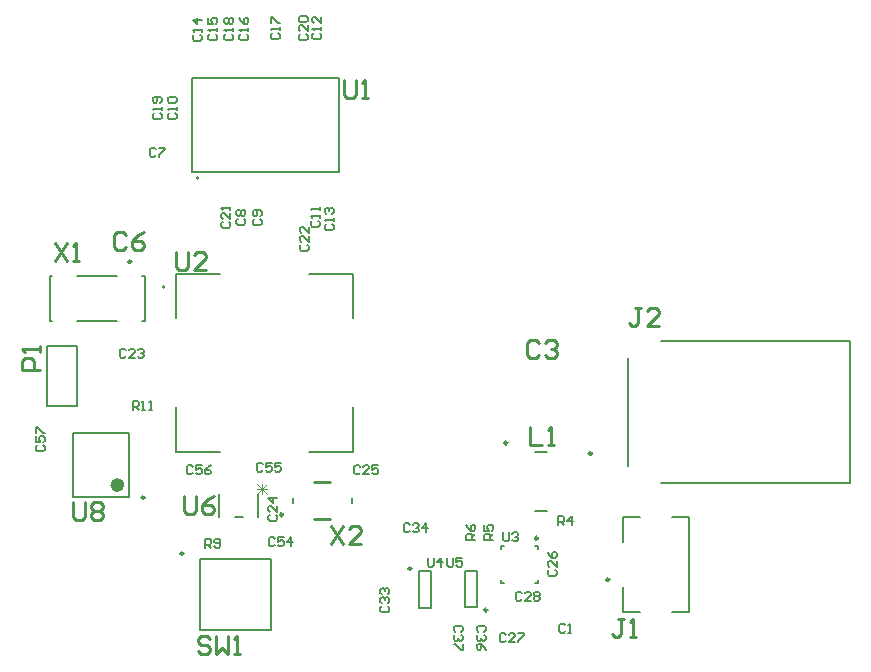
<source format=gbr>
%TF.GenerationSoftware,Altium Limited,Altium Designer,20.0.12 (288)*%
G04 Layer_Color=65535*
%FSLAX43Y43*%
%MOMM*%
%TF.FileFunction,Legend,Top*%
%TF.Part,Single*%
G01*
G75*
%TA.AperFunction,NonConductor*%
%ADD53C,0.152*%
%ADD54C,0.127*%
%ADD55C,0.254*%
%ADD56C,0.076*%
%ADD73C,0.250*%
%ADD74C,0.600*%
%ADD75C,0.200*%
%ADD76C,0.203*%
D53*
X97460Y51830D02*
Y53784D01*
X95442Y51830D02*
X96125D01*
X94106D02*
Y53784D01*
D54*
X101746Y57367D02*
X105511D01*
X101746Y72427D02*
X105511D01*
Y68662D02*
Y72427D01*
X90451Y68662D02*
Y72427D01*
X94216D01*
X105511Y57367D02*
Y61132D01*
X90451Y57367D02*
X94216D01*
X90451D02*
Y61132D01*
X119747Y45366D02*
X119620Y45492D01*
X119366D01*
X119240Y45366D01*
Y44858D01*
X119366Y44731D01*
X119620D01*
X119747Y44858D01*
X120509Y44731D02*
X120001D01*
X120509Y45239D01*
Y45366D01*
X120382Y45492D01*
X120128D01*
X120001Y45366D01*
X120763D02*
X120890Y45492D01*
X121144D01*
X121271Y45366D01*
Y45239D01*
X121144Y45112D01*
X121271Y44985D01*
Y44858D01*
X121144Y44731D01*
X120890D01*
X120763Y44858D01*
Y44985D01*
X120890Y45112D01*
X120763Y45239D01*
Y45366D01*
X120890Y45112D02*
X121144D01*
X113462Y48361D02*
Y47727D01*
X113589Y47600D01*
X113843D01*
X113970Y47727D01*
Y48361D01*
X114732D02*
X114224D01*
Y47981D01*
X114478Y48108D01*
X114605D01*
X114732Y47981D01*
Y47727D01*
X114605Y47600D01*
X114351D01*
X114224Y47727D01*
X115824Y49886D02*
X115062D01*
Y50267D01*
X115189Y50394D01*
X115443D01*
X115570Y50267D01*
Y49886D01*
Y50140D02*
X115824Y50394D01*
X115062Y51155D02*
X115189Y50901D01*
X115443Y50648D01*
X115697D01*
X115824Y50775D01*
Y51028D01*
X115697Y51155D01*
X115570D01*
X115443Y51028D01*
Y50648D01*
X117339Y49886D02*
X116577D01*
Y50267D01*
X116704Y50394D01*
X116958D01*
X117085Y50267D01*
Y49886D01*
Y50140D02*
X117339Y50394D01*
X116577Y51155D02*
Y50648D01*
X116958D01*
X116831Y50901D01*
Y51028D01*
X116958Y51155D01*
X117212D01*
X117339Y51028D01*
Y50775D01*
X117212Y50648D01*
X118186Y50546D02*
Y49911D01*
X118313Y49784D01*
X118567D01*
X118694Y49911D01*
Y50546D01*
X118948Y50419D02*
X119075Y50546D01*
X119329D01*
X119456Y50419D01*
Y50292D01*
X119329Y50165D01*
X119202D01*
X119329D01*
X119456Y50038D01*
Y49911D01*
X119329Y49784D01*
X119075D01*
X118948Y49911D01*
X111811Y48361D02*
Y47727D01*
X111938Y47600D01*
X112192D01*
X112319Y47727D01*
Y48361D01*
X112954Y47600D02*
Y48361D01*
X112573Y47981D01*
X113081D01*
X110287Y51180D02*
X110160Y51307D01*
X109906D01*
X109779Y51180D01*
Y50672D01*
X109906Y50545D01*
X110160D01*
X110287Y50672D01*
X110541Y51180D02*
X110668Y51307D01*
X110922D01*
X111049Y51180D01*
Y51053D01*
X110922Y50926D01*
X110795D01*
X110922D01*
X111049Y50799D01*
Y50672D01*
X110922Y50545D01*
X110668D01*
X110541Y50672D01*
X111684Y50545D02*
Y51307D01*
X111303Y50926D01*
X111811D01*
X107902Y44256D02*
X107775Y44129D01*
Y43875D01*
X107902Y43748D01*
X108410D01*
X108537Y43875D01*
Y44129D01*
X108410Y44256D01*
X107902Y44510D02*
X107775Y44637D01*
Y44891D01*
X107902Y45017D01*
X108029D01*
X108156Y44891D01*
Y44764D01*
Y44891D01*
X108283Y45017D01*
X108410D01*
X108537Y44891D01*
Y44637D01*
X108410Y44510D01*
X107902Y45271D02*
X107775Y45398D01*
Y45652D01*
X107902Y45779D01*
X108029D01*
X108156Y45652D01*
Y45525D01*
Y45652D01*
X108283Y45779D01*
X108410D01*
X108537Y45652D01*
Y45398D01*
X108410Y45271D01*
X106096Y56079D02*
X105969Y56206D01*
X105715D01*
X105588Y56079D01*
Y55571D01*
X105715Y55445D01*
X105969D01*
X106096Y55571D01*
X106858Y55445D02*
X106350D01*
X106858Y55952D01*
Y56079D01*
X106731Y56206D01*
X106477D01*
X106350Y56079D01*
X107619Y56206D02*
X107112D01*
Y55825D01*
X107366Y55952D01*
X107493D01*
X107619Y55825D01*
Y55571D01*
X107493Y55445D01*
X107239D01*
X107112Y55571D01*
X98406Y51994D02*
X98279Y51867D01*
Y51613D01*
X98406Y51486D01*
X98914D01*
X99041Y51613D01*
Y51867D01*
X98914Y51994D01*
X99041Y52756D02*
Y52248D01*
X98533Y52756D01*
X98406D01*
X98279Y52629D01*
Y52375D01*
X98406Y52248D01*
X99041Y53391D02*
X98279D01*
X98660Y53010D01*
Y53517D01*
X97849Y56304D02*
X97722Y56431D01*
X97468D01*
X97341Y56304D01*
Y55796D01*
X97468Y55669D01*
X97722D01*
X97849Y55796D01*
X98610Y56431D02*
X98103D01*
Y56050D01*
X98357Y56177D01*
X98483D01*
X98610Y56050D01*
Y55796D01*
X98483Y55669D01*
X98230D01*
X98103Y55796D01*
X99372Y56431D02*
X98864D01*
Y56050D01*
X99118Y56177D01*
X99245D01*
X99372Y56050D01*
Y55796D01*
X99245Y55669D01*
X98991D01*
X98864Y55796D01*
X91916Y56082D02*
X91789Y56209D01*
X91535D01*
X91408Y56082D01*
Y55574D01*
X91535Y55447D01*
X91789D01*
X91916Y55574D01*
X92678Y56209D02*
X92170D01*
Y55828D01*
X92424Y55955D01*
X92551D01*
X92678Y55828D01*
Y55574D01*
X92551Y55447D01*
X92297D01*
X92170Y55574D01*
X93440Y56209D02*
X93186Y56082D01*
X92932Y55828D01*
Y55574D01*
X93059Y55447D01*
X93313D01*
X93440Y55574D01*
Y55701D01*
X93313Y55828D01*
X92932D01*
X98852Y49987D02*
X98725Y50114D01*
X98471D01*
X98344Y49987D01*
Y49479D01*
X98471Y49352D01*
X98725D01*
X98852Y49479D01*
X99614Y50114D02*
X99106D01*
Y49733D01*
X99360Y49860D01*
X99487D01*
X99614Y49733D01*
Y49479D01*
X99487Y49352D01*
X99233D01*
X99106Y49479D01*
X100249Y49352D02*
Y50114D01*
X99868Y49733D01*
X100376D01*
X92964Y49200D02*
Y49962D01*
X93344D01*
X93471Y49835D01*
Y49581D01*
X93344Y49454D01*
X92964D01*
X93218D02*
X93471Y49200D01*
X93725Y49327D02*
X93852Y49200D01*
X94106D01*
X94233Y49327D01*
Y49835D01*
X94106Y49962D01*
X93852D01*
X93725Y49835D01*
Y49708D01*
X93852Y49581D01*
X94233D01*
X86239Y65951D02*
X86112Y66078D01*
X85858D01*
X85731Y65951D01*
Y65443D01*
X85858Y65316D01*
X86112D01*
X86239Y65443D01*
X87001Y65316D02*
X86493D01*
X87001Y65824D01*
Y65951D01*
X86874Y66078D01*
X86620D01*
X86493Y65951D01*
X87255D02*
X87382Y66078D01*
X87636D01*
X87763Y65951D01*
Y65824D01*
X87636Y65697D01*
X87509D01*
X87636D01*
X87763Y65570D01*
Y65443D01*
X87636Y65316D01*
X87382D01*
X87255Y65443D01*
X86815Y60897D02*
Y61658D01*
X87196D01*
X87323Y61532D01*
Y61278D01*
X87196Y61151D01*
X86815D01*
X87069D02*
X87323Y60897D01*
X87576D02*
X87830D01*
X87703D01*
Y61658D01*
X87576Y61532D01*
X88211Y60897D02*
X88465D01*
X88338D01*
Y61658D01*
X88211Y61532D01*
X78746Y57904D02*
X78619Y57777D01*
Y57523D01*
X78746Y57396D01*
X79253D01*
X79380Y57523D01*
Y57777D01*
X79253Y57904D01*
X78619Y58666D02*
Y58158D01*
X79000D01*
X78873Y58412D01*
Y58539D01*
X79000Y58666D01*
X79253D01*
X79380Y58539D01*
Y58285D01*
X79253Y58158D01*
X78619Y58920D02*
Y59427D01*
X78746D01*
X79253Y58920D01*
X79380D01*
X103200Y76623D02*
X103073Y76496D01*
Y76242D01*
X103200Y76115D01*
X103708D01*
X103835Y76242D01*
Y76496D01*
X103708Y76623D01*
X103835Y76877D02*
Y77131D01*
Y77004D01*
X103073D01*
X103200Y76877D01*
Y77512D02*
X103073Y77639D01*
Y77893D01*
X103200Y78020D01*
X103327D01*
X103454Y77893D01*
Y77766D01*
Y77893D01*
X103581Y78020D01*
X103708D01*
X103835Y77893D01*
Y77639D01*
X103708Y77512D01*
X102010Y76893D02*
X101883Y76766D01*
Y76512D01*
X102010Y76385D01*
X102518D01*
X102645Y76512D01*
Y76766D01*
X102518Y76893D01*
X102645Y77147D02*
Y77401D01*
Y77274D01*
X101883D01*
X102010Y77147D01*
X102645Y77782D02*
Y78036D01*
Y77909D01*
X101883D01*
X102010Y77782D01*
X101074Y74888D02*
X100947Y74761D01*
Y74507D01*
X101074Y74380D01*
X101581D01*
X101708Y74507D01*
Y74761D01*
X101581Y74888D01*
X101708Y75650D02*
Y75142D01*
X101201Y75650D01*
X101074D01*
X100947Y75523D01*
Y75269D01*
X101074Y75142D01*
X101708Y76411D02*
Y75904D01*
X101201Y76411D01*
X101074D01*
X100947Y76284D01*
Y76031D01*
X101074Y75904D01*
X97110Y77029D02*
X96983Y76902D01*
Y76648D01*
X97110Y76521D01*
X97618D01*
X97745Y76648D01*
Y76902D01*
X97618Y77029D01*
Y77283D02*
X97745Y77410D01*
Y77664D01*
X97618Y77791D01*
X97110D01*
X96983Y77664D01*
Y77410D01*
X97110Y77283D01*
X97237D01*
X97364Y77410D01*
Y77791D01*
X95729Y77078D02*
X95602Y76951D01*
Y76697D01*
X95729Y76570D01*
X96237D01*
X96364Y76697D01*
Y76951D01*
X96237Y77078D01*
X95729Y77332D02*
X95602Y77459D01*
Y77713D01*
X95729Y77840D01*
X95856D01*
X95983Y77713D01*
X96110Y77840D01*
X96237D01*
X96364Y77713D01*
Y77459D01*
X96237Y77332D01*
X96110D01*
X95983Y77459D01*
X95856Y77332D01*
X95729D01*
X95983Y77459D02*
Y77713D01*
X94442Y76805D02*
X94315Y76678D01*
Y76424D01*
X94442Y76297D01*
X94950D01*
X95076Y76424D01*
Y76678D01*
X94950Y76805D01*
X95076Y77567D02*
Y77059D01*
X94569Y77567D01*
X94442D01*
X94315Y77440D01*
Y77186D01*
X94442Y77059D01*
X95076Y77821D02*
Y78075D01*
Y77948D01*
X94315D01*
X94442Y77821D01*
X88773Y82948D02*
X88646Y83075D01*
X88392D01*
X88265Y82948D01*
Y82440D01*
X88392Y82313D01*
X88646D01*
X88773Y82440D01*
X89027Y83075D02*
X89535D01*
Y82948D01*
X89027Y82440D01*
Y82313D01*
X89900Y86008D02*
X89773Y85881D01*
Y85627D01*
X89900Y85500D01*
X90408D01*
X90535Y85627D01*
Y85881D01*
X90408Y86008D01*
X90535Y86262D02*
Y86516D01*
Y86389D01*
X89773D01*
X89900Y86262D01*
Y86897D02*
X89773Y87024D01*
Y87278D01*
X89900Y87405D01*
X90408D01*
X90535Y87278D01*
Y87024D01*
X90408Y86897D01*
X89900D01*
X88646Y85986D02*
X88519Y85859D01*
Y85605D01*
X88646Y85478D01*
X89154D01*
X89281Y85605D01*
Y85859D01*
X89154Y85986D01*
X89281Y86240D02*
Y86494D01*
Y86367D01*
X88519D01*
X88646Y86240D01*
X89154Y86875D02*
X89281Y87002D01*
Y87256D01*
X89154Y87383D01*
X88646D01*
X88519Y87256D01*
Y87002D01*
X88646Y86875D01*
X88773D01*
X88900Y87002D01*
Y87383D01*
X102159Y92799D02*
X102032Y92672D01*
Y92418D01*
X102159Y92291D01*
X102667D01*
X102794Y92418D01*
Y92672D01*
X102667Y92799D01*
X102794Y93053D02*
Y93307D01*
Y93180D01*
X102032D01*
X102159Y93053D01*
X102794Y94196D02*
Y93688D01*
X102286Y94196D01*
X102159D01*
X102032Y94069D01*
Y93815D01*
X102159Y93688D01*
X100990Y92708D02*
X100864Y92581D01*
Y92327D01*
X100990Y92200D01*
X101498D01*
X101625Y92327D01*
Y92581D01*
X101498Y92708D01*
X101625Y93470D02*
Y92962D01*
X101117Y93470D01*
X100990D01*
X100864Y93343D01*
Y93089D01*
X100990Y92962D01*
Y93724D02*
X100864Y93851D01*
Y94105D01*
X100990Y94232D01*
X101498D01*
X101625Y94105D01*
Y93851D01*
X101498Y93724D01*
X100990D01*
X98644Y92772D02*
X98517Y92645D01*
Y92391D01*
X98644Y92264D01*
X99152D01*
X99279Y92391D01*
Y92645D01*
X99152Y92772D01*
X99279Y93026D02*
Y93279D01*
Y93152D01*
X98517D01*
X98644Y93026D01*
X98517Y93660D02*
Y94168D01*
X98644D01*
X99152Y93660D01*
X99279D01*
X95961Y92710D02*
X95834Y92583D01*
Y92329D01*
X95961Y92202D01*
X96469D01*
X96596Y92329D01*
Y92583D01*
X96469Y92710D01*
X96596Y92964D02*
Y93218D01*
Y93091D01*
X95834D01*
X95961Y92964D01*
X95834Y94106D02*
X95961Y93852D01*
X96215Y93599D01*
X96469D01*
X96596Y93726D01*
Y93979D01*
X96469Y94106D01*
X96342D01*
X96215Y93979D01*
Y93599D01*
X94714Y92710D02*
X94587Y92583D01*
Y92329D01*
X94714Y92202D01*
X95222D01*
X95349Y92329D01*
Y92583D01*
X95222Y92710D01*
X95349Y92964D02*
Y93218D01*
Y93091D01*
X94587D01*
X94714Y92964D01*
Y93599D02*
X94587Y93726D01*
Y93979D01*
X94714Y94106D01*
X94841D01*
X94968Y93979D01*
X95095Y94106D01*
X95222D01*
X95349Y93979D01*
Y93726D01*
X95222Y93599D01*
X95095D01*
X94968Y93726D01*
X94841Y93599D01*
X94714D01*
X94968Y93726D02*
Y93979D01*
X93345Y92710D02*
X93218Y92583D01*
Y92329D01*
X93345Y92202D01*
X93853D01*
X93980Y92329D01*
Y92583D01*
X93853Y92710D01*
X93980Y92964D02*
Y93218D01*
Y93091D01*
X93218D01*
X93345Y92964D01*
X93218Y94106D02*
Y93599D01*
X93599D01*
X93472Y93852D01*
Y93979D01*
X93599Y94106D01*
X93853D01*
X93980Y93979D01*
Y93726D01*
X93853Y93599D01*
X92050Y92672D02*
X91923Y92545D01*
Y92291D01*
X92050Y92164D01*
X92558D01*
X92684Y92291D01*
Y92545D01*
X92558Y92672D01*
X92684Y92926D02*
Y93180D01*
Y93053D01*
X91923D01*
X92050Y92926D01*
X92684Y93942D02*
X91923D01*
X92304Y93561D01*
Y94069D01*
X114627Y42113D02*
X114754Y42240D01*
Y42494D01*
X114627Y42621D01*
X114119D01*
X113992Y42494D01*
Y42240D01*
X114119Y42113D01*
X114627Y41859D02*
X114754Y41732D01*
Y41478D01*
X114627Y41351D01*
X114500D01*
X114373Y41478D01*
Y41605D01*
Y41478D01*
X114246Y41351D01*
X114119D01*
X113992Y41478D01*
Y41732D01*
X114119Y41859D01*
X114754Y41097D02*
Y40590D01*
X114627D01*
X114119Y41097D01*
X113992D01*
X116572Y42113D02*
X116699Y42240D01*
Y42494D01*
X116572Y42621D01*
X116064D01*
X115937Y42494D01*
Y42240D01*
X116064Y42113D01*
X116572Y41859D02*
X116699Y41732D01*
Y41478D01*
X116572Y41351D01*
X116445D01*
X116318Y41478D01*
Y41605D01*
Y41478D01*
X116191Y41351D01*
X116064D01*
X115937Y41478D01*
Y41732D01*
X116064Y41859D01*
X116699Y40590D02*
X116572Y40843D01*
X116318Y41097D01*
X116064D01*
X115937Y40970D01*
Y40716D01*
X116064Y40590D01*
X116191D01*
X116318Y40716D01*
Y41097D01*
X118397Y41859D02*
X118270Y41986D01*
X118016D01*
X117890Y41859D01*
Y41351D01*
X118016Y41224D01*
X118270D01*
X118397Y41351D01*
X119159Y41224D02*
X118651D01*
X119159Y41732D01*
Y41859D01*
X119032Y41986D01*
X118778D01*
X118651Y41859D01*
X119413Y41986D02*
X119921D01*
Y41859D01*
X119413Y41351D01*
Y41224D01*
X122857Y51143D02*
Y51905D01*
X123238D01*
X123365Y51778D01*
Y51524D01*
X123238Y51397D01*
X122857D01*
X123111D02*
X123365Y51143D01*
X124000D02*
Y51905D01*
X123619Y51524D01*
X124127D01*
X123462Y42669D02*
X123335Y42796D01*
X123081D01*
X122954Y42669D01*
Y42161D01*
X123081Y42034D01*
X123335D01*
X123462Y42161D01*
X123716Y42034D02*
X123970D01*
X123843D01*
Y42796D01*
X123716Y42669D01*
X122093Y47369D02*
X121966Y47242D01*
Y46988D01*
X122093Y46861D01*
X122601D01*
X122728Y46988D01*
Y47242D01*
X122601Y47369D01*
X122728Y48130D02*
Y47622D01*
X122220Y48130D01*
X122093D01*
X121966Y48003D01*
Y47749D01*
X122093Y47622D01*
X121966Y48892D02*
X122093Y48638D01*
X122347Y48384D01*
X122601D01*
X122728Y48511D01*
Y48765D01*
X122601Y48892D01*
X122474D01*
X122347Y48765D01*
Y48384D01*
D55*
X102197Y54813D02*
X103543D01*
X102197Y51613D02*
X103543D01*
X103600Y51059D02*
X104616Y49535D01*
Y51059D02*
X103600Y49535D01*
X106140D02*
X105124D01*
X106140Y50551D01*
Y50805D01*
X105886Y51059D01*
X105378D01*
X105124Y50805D01*
X93371Y41453D02*
X93117Y41707D01*
X92609D01*
X92355Y41453D01*
Y41199D01*
X92609Y40945D01*
X93117D01*
X93371Y40691D01*
Y40437D01*
X93117Y40183D01*
X92609D01*
X92355Y40437D01*
X93878Y41707D02*
Y40183D01*
X94386Y40691D01*
X94894Y40183D01*
Y41707D01*
X95402Y40183D02*
X95910D01*
X95656D01*
Y41707D01*
X95402Y41453D01*
X81763Y53060D02*
Y51791D01*
X82017Y51537D01*
X82525D01*
X82779Y51791D01*
Y53060D01*
X83287Y52806D02*
X83540Y53060D01*
X84048D01*
X84302Y52806D01*
Y52553D01*
X84048Y52299D01*
X84302Y52045D01*
Y51791D01*
X84048Y51537D01*
X83540D01*
X83287Y51791D01*
Y52045D01*
X83540Y52299D01*
X83287Y52553D01*
Y52806D01*
X83540Y52299D02*
X84048D01*
X78994Y64262D02*
X77470D01*
Y65024D01*
X77724Y65278D01*
X78232D01*
X78486Y65024D01*
Y64262D01*
X78994Y65786D02*
Y66294D01*
Y66040D01*
X77470D01*
X77724Y65786D01*
X90475Y74220D02*
Y72950D01*
X90729Y72696D01*
X91237D01*
X91491Y72950D01*
Y74220D01*
X93014Y72696D02*
X91999D01*
X93014Y73712D01*
Y73966D01*
X92760Y74220D01*
X92253D01*
X91999Y73966D01*
X86258Y75666D02*
X86005Y75920D01*
X85497D01*
X85243Y75666D01*
Y74651D01*
X85497Y74397D01*
X86005D01*
X86258Y74651D01*
X87782Y75920D02*
X87274Y75666D01*
X86766Y75159D01*
Y74651D01*
X87020Y74397D01*
X87528D01*
X87782Y74651D01*
Y74905D01*
X87528Y75159D01*
X86766D01*
X80264Y75057D02*
X81280Y73533D01*
Y75057D02*
X80264Y73533D01*
X81788D02*
X82296D01*
X82042D01*
Y75057D01*
X81788Y74803D01*
X104699Y88848D02*
Y87579D01*
X104953Y87325D01*
X105461D01*
X105715Y87579D01*
Y88848D01*
X106223Y87325D02*
X106730D01*
X106477D01*
Y88848D01*
X106223Y88594D01*
X128427Y43190D02*
X127919D01*
X128173D01*
Y41920D01*
X127919Y41666D01*
X127665D01*
X127411Y41920D01*
X128934Y41666D02*
X129442D01*
X129188D01*
Y43190D01*
X128934Y42936D01*
X120482Y59461D02*
Y57938D01*
X121498D01*
X122006D02*
X122513D01*
X122259D01*
Y59461D01*
X122006Y59207D01*
X121191Y66513D02*
X120937Y66767D01*
X120429D01*
X120176Y66513D01*
Y65497D01*
X120429Y65243D01*
X120937D01*
X121191Y65497D01*
X121699Y66513D02*
X121953Y66767D01*
X122461D01*
X122715Y66513D01*
Y66259D01*
X122461Y66005D01*
X122207D01*
X122461D01*
X122715Y65751D01*
Y65497D01*
X122461Y65243D01*
X121953D01*
X121699Y65497D01*
X129845Y69545D02*
X129337D01*
X129591D01*
Y68275D01*
X129337Y68021D01*
X129083D01*
X128829Y68275D01*
X131368Y68021D02*
X130353D01*
X131368Y69037D01*
Y69291D01*
X131114Y69545D01*
X130607D01*
X130353Y69291D01*
X91155Y53568D02*
Y52299D01*
X91408Y52045D01*
X91916D01*
X92170Y52299D01*
Y53568D01*
X93694D02*
X93186Y53314D01*
X92678Y52807D01*
Y52299D01*
X92932Y52045D01*
X93440D01*
X93694Y52299D01*
Y52553D01*
X93440Y52807D01*
X92678D01*
D56*
X98215Y54578D02*
X97369Y53732D01*
Y54578D02*
X98215Y53732D01*
X97792Y54578D02*
Y53732D01*
X97369Y54155D02*
X98215D01*
D73*
X116843Y43945D02*
G03*
X116843Y43945I-125J0D01*
G01*
X121130Y50025D02*
G03*
X121130Y50025I-125J0D01*
G01*
X110407Y47470D02*
G03*
X110407Y47470I-125J0D01*
G01*
X99545Y52013D02*
G03*
X99545Y52013I-125J0D01*
G01*
X91104Y48737D02*
G03*
X91104Y48737I-125J0D01*
G01*
X87825Y53471D02*
G03*
X87825Y53471I-125J0D01*
G01*
X86695Y73458D02*
G03*
X86695Y73458I-125J0D01*
G01*
X127168Y46528D02*
G03*
X127168Y46528I-125J0D01*
G01*
X118537Y58099D02*
G03*
X118537Y58099I-125J0D01*
G01*
X125693Y57191D02*
G03*
X125693Y57191I-125J0D01*
G01*
D74*
X85825Y54526D02*
G03*
X85825Y54526I-300J0D01*
G01*
D75*
X89531Y71297D02*
G03*
X89531Y71297I-100J0D01*
G01*
X92420Y80514D02*
G03*
X92420Y80514I-100J0D01*
G01*
X114943Y44170D02*
Y47270D01*
X115943Y44170D02*
Y47270D01*
X114943D02*
X115943D01*
X114943Y44170D02*
X115943D01*
X118005Y49090D02*
Y49375D01*
X118290D01*
X118005Y46225D02*
Y46510D01*
Y46225D02*
X118290D01*
X120870D02*
X121155D01*
Y46510D01*
Y49090D02*
Y49375D01*
X120870D02*
X121155D01*
X112057Y44145D02*
Y47245D01*
X111057Y44145D02*
Y47245D01*
Y44145D02*
X112057D01*
X111057Y47245D02*
X112057D01*
X105370Y53013D02*
Y53413D01*
X100370Y53013D02*
Y53413D01*
X92529Y42237D02*
Y48237D01*
X98529Y42237D02*
Y48237D01*
X92529Y42237D02*
X98529D01*
X92529Y48237D02*
X98529D01*
X86525Y53526D02*
Y58926D01*
X81775Y53526D02*
Y58926D01*
Y53526D02*
X86525D01*
X81775Y58926D02*
X86525D01*
X79604Y61214D02*
Y66294D01*
Y61214D02*
X82144D01*
Y66294D01*
X79604D02*
X82144D01*
X87620Y72258D02*
X87820D01*
Y68458D02*
Y72258D01*
X87620Y68458D02*
X87820D01*
X79820Y72258D02*
X80020D01*
X79820Y68458D02*
Y72258D01*
Y68458D02*
X80020D01*
X82120Y72258D02*
X85520D01*
X82120Y68458D02*
X85520D01*
X128293Y49728D02*
Y51858D01*
X132493Y43798D02*
X133893D01*
X128293Y51858D02*
X129793D01*
X128293Y43798D02*
X129793D01*
X132493Y51858D02*
X133893D01*
X128293Y43798D02*
Y45928D01*
X133893Y43798D02*
Y51858D01*
X120912Y57349D02*
X121912D01*
X120912Y52349D02*
X121912D01*
X147518Y54691D02*
Y66691D01*
X128718Y56114D02*
Y65268D01*
X131578Y66691D02*
X147518D01*
X131578Y54691D02*
X147518D01*
D76*
X91820Y81014D02*
X104320D01*
X91820D02*
Y89014D01*
X104320D01*
Y81014D02*
Y89014D01*
%TF.MD5,c9214b5c9f546149939e219035ac4aba*%
M02*

</source>
